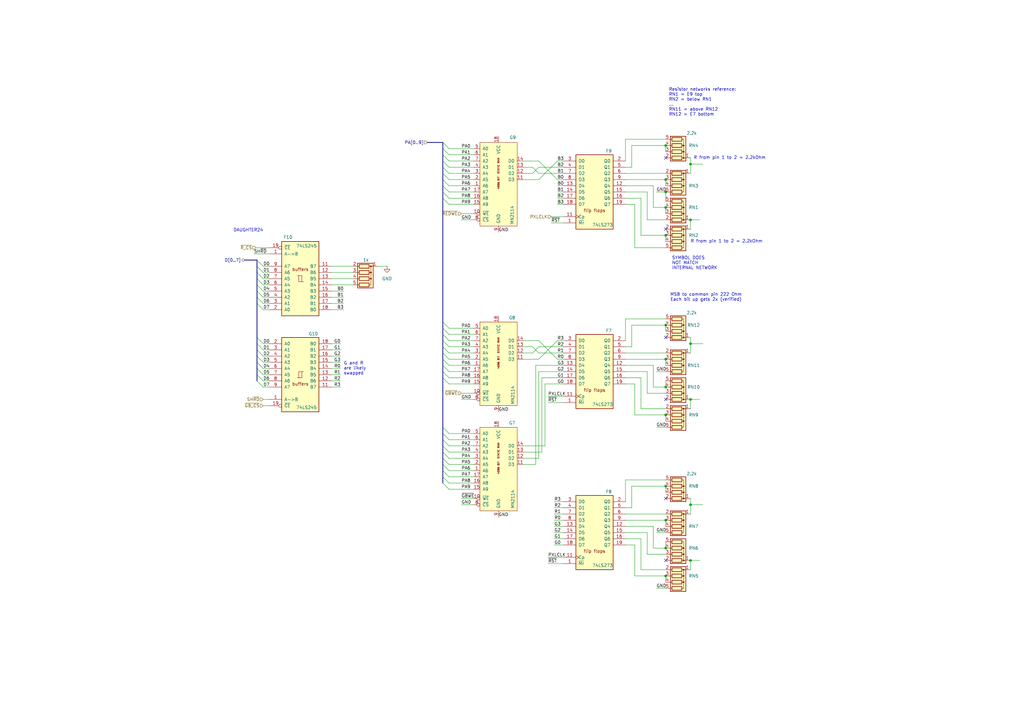
<source format=kicad_sch>
(kicad_sch (version 20231120) (generator "eeschema") (generator_version "8.0")
  (paper "A3")
  (title_block (title "Color Palette") (date "2024-10-12") (company "JOTEGO") (comment 1 "Jose Tejada"))
  (lib_symbols
    (symbol "Device:R_Network04" (pin_names (offset 0) hide)
      (property "Reference" "RN" (at -7.62 0 90))
      (property "Value" "R_Network04" (at 5.08 0 90))
      (symbol "R_Network04_0_1"
        (rectangle (start -6.35 -3.175) (end 3.81 3.175) (stroke (width 0.254)) (fill (type background)))
        (rectangle (start -5.842 1.524) (end -4.318 -2.54) (stroke (width 0.254)))
        (circle (center -5.08 2.286) (radius 0.254) (fill (type outline)))
        (rectangle (start -3.302 1.524) (end -1.778 -2.54) (stroke (width 0.254)))
        (circle (center -2.54 2.286) (radius 0.254) (fill (type outline)))
        (rectangle (start -0.762 1.524) (end 0.762 -2.54) (stroke (width 0.254)))
        (polyline (pts (xy -5.08 -2.54) (xy -5.08 -3.81)))
        (polyline (pts (xy -2.54 -2.54) (xy -2.54 -3.81)))
        (polyline (pts (xy 0 -2.54) (xy 0 -3.81)))
        (polyline (pts (xy 2.54 -2.54) (xy 2.54 -3.81)))
        (polyline (pts (xy -5.08 1.524) (xy -5.08 2.286) (xy -2.54 2.286) (xy -2.54 1.524)))
        (polyline (pts (xy -2.54 1.524) (xy -2.54 2.286) (xy 0 2.286) (xy 0 1.524)))
        (polyline (pts (xy 0 1.524) (xy 0 2.286) (xy 2.54 2.286) (xy 2.54 1.524)))
        (circle (center 0 2.286) (radius 0.254) (fill (type outline)))
        (rectangle (start 1.778 1.524) (end 3.302 -2.54) (stroke (width 0.254)))
      )
      (symbol "R_Network04_1_1"
        (pin passive line (at -5.08 5.08 270) (length 2.54) (name "common") (number "1"))
        (pin passive line (at -5.08 -5.08 90) (length 1.27) (name "R1") (number "2"))
        (pin passive line (at -2.54 -5.08 90) (length 1.27) (name "R2") (number "3"))
        (pin passive line (at 0 -5.08 90) (length 1.27) (name "R3") (number "4"))
        (pin passive line (at 2.54 -5.08 90) (length 1.27) (name "R4") (number "5"))
      )
    )
    (symbol "arcade:MN2114" (pin_names (offset 1.016))
      (property "Reference" "U" (at 6.858 12.7 0))
      (property "Value" "MN2114" (at 2.286 -12.7 0))
      (symbol "MN2114_0_1"
        (rectangle (start -7.62 11.43) (end 7.62 -22.86) (fill (type background)))
      )
      (symbol "MN2114_1_0"
        (text "4096 BIT  STATIC RAM" (at 0 -1.27 900) (effects (font (size 0.762 0.762))))
      )
      (symbol "MN2114_1_1"
        (pin input line (at -10.16 -6.35 0) (length 2.54) (name "A6") (number "1"))
        (pin input inverted (at -10.16 -17.78 0) (length 2.54) (name "~{WE}") (number "10"))
        (pin bidirectional line (at 10.16 -3.81 180) (length 2.54) (name "D3") (number "11"))
        (pin bidirectional line (at 10.16 -1.27 180) (length 2.54) (name "D2") (number "12"))
        (pin bidirectional line (at 10.16 1.27 180) (length 2.54) (name "D1") (number "13"))
        (pin bidirectional line (at 10.16 3.81 180) (length 2.54) (name "D0") (number "14"))
        (pin input line (at -10.16 -13.97 0) (length 2.54) (name "A9") (number "15"))
        (pin input line (at -10.16 -11.43 0) (length 2.54) (name "A8") (number "16"))
        (pin input line (at -10.16 -8.89 0) (length 2.54) (name "A7") (number "17"))
        (pin power_in line (at 0 13.97 270) (length 2.54) (name "VCC") (number "18"))
        (pin input line (at -10.16 -3.81 0) (length 2.54) (name "A5") (number "2"))
        (pin input line (at -10.16 -1.27 0) (length 2.54) (name "A4") (number "3"))
        (pin input line (at -10.16 1.27 0) (length 2.54) (name "A3") (number "4"))
        (pin input line (at -10.16 8.89 0) (length 2.54) (name "A0") (number "5"))
        (pin input line (at -10.16 6.35 0) (length 2.54) (name "A1") (number "6"))
        (pin input line (at -10.16 3.81 0) (length 2.54) (name "A2") (number "7"))
        (pin input inverted (at -10.16 -20.32 0) (length 2.54) (name "~{CS}") (number "8"))
        (pin power_in line (at 0 -25.4 90) (length 2.54) (name "GND") (number "9"))
      )
    )
    (symbol "jt74:74LS245" (pin_names (offset 1.016))
      (property "Reference" "U" (at -7.62 16.51 0))
      (property "Value" "74LS245" (at 2.54 -13.97 0))
      (symbol "74LS245_0_0"
        (text "buffers" (at 0 -3.81 0) (effects (font (size 1.27 1.27))))
      )
      (symbol "74LS245_1_0"
        (polyline (pts (xy -0.635 -1.27) (xy -0.635 1.27) (xy 0.635 1.27)))
        (polyline (pts (xy -1.27 -1.27) (xy 0.635 -1.27) (xy 0.635 1.27) (xy 1.27 1.27)))
        (pin input line (at -12.7 -10.16 0) (length 5.08) (name "A->B") (number "1"))
        (pin tri_state line (at 12.7 -5.08 180) (length 5.08) (name "B7") (number "11"))
        (pin tri_state line (at 12.7 -2.54 180) (length 5.08) (name "B6") (number "12"))
        (pin tri_state line (at 12.7 0 180) (length 5.08) (name "B5") (number "13"))
        (pin tri_state line (at 12.7 2.54 180) (length 5.08) (name "B4") (number "14"))
        (pin tri_state line (at 12.7 5.08 180) (length 5.08) (name "B3") (number "15"))
        (pin tri_state line (at 12.7 7.62 180) (length 5.08) (name "B2") (number "16"))
        (pin tri_state line (at 12.7 10.16 180) (length 5.08) (name "B1") (number "17"))
        (pin tri_state line (at 12.7 12.7 180) (length 5.08) (name "B0") (number "18"))
        (pin input inverted (at -12.7 -12.7 0) (length 5.08) (name "~{CE}") (number "19"))
        (pin tri_state line (at -12.7 12.7 0) (length 5.08) (name "A0") (number "2"))
        (pin tri_state line (at -12.7 10.16 0) (length 5.08) (name "A1") (number "3"))
        (pin tri_state line (at -12.7 7.62 0) (length 5.08) (name "A2") (number "4"))
        (pin tri_state line (at -12.7 5.08 0) (length 5.08) (name "A3") (number "5"))
        (pin tri_state line (at -12.7 2.54 0) (length 5.08) (name "A4") (number "6"))
        (pin tri_state line (at -12.7 0 0) (length 5.08) (name "A5") (number "7"))
        (pin tri_state line (at -12.7 -2.54 0) (length 5.08) (name "A6") (number "8"))
        (pin tri_state line (at -12.7 -5.08 0) (length 5.08) (name "A7") (number "9"))
      )
      (symbol "74LS245_1_1"
        (rectangle (start -7.62 15.24) (end 7.62 -15.24) (stroke (width 0.254)) (fill (type background)))
      )
    )
    (symbol "jt74:74LS273" (pin_names (offset 1.016))
      (property "Reference" "U" (at 0 2.54 0))
      (property "Value" "74LS273" (at 2.54 -13.97 0))
      (symbol "74LS273_0_0"
        (text "flip flops" (at 0 -7.62 0) (effects (font (size 1.27 1.27))))
      )
      (symbol "74LS273_1_0"
        (pin input line (at -12.7 -12.7 0) (length 5.08) (name "~{Mr}") (number "1"))
        (pin input clock (at -12.7 -10.16 0) (length 5.08) (name "Cp") (number "11"))
        (pin output line (at 12.7 2.54 180) (length 5.08) (name "Q4") (number "12"))
        (pin input line (at -12.7 2.54 0) (length 5.08) (name "D4") (number "13"))
        (pin input line (at -12.7 0 0) (length 5.08) (name "D5") (number "14"))
        (pin output line (at 12.7 0 180) (length 5.08) (name "Q5") (number "15"))
        (pin output line (at 12.7 -2.54 180) (length 5.08) (name "Q6") (number "16"))
        (pin input line (at -12.7 -2.54 0) (length 5.08) (name "D6") (number "17"))
        (pin input line (at -12.7 -5.08 0) (length 5.08) (name "D7") (number "18"))
        (pin output line (at 12.7 -5.08 180) (length 5.08) (name "Q7") (number "19"))
        (pin output line (at 12.7 12.7 180) (length 5.08) (name "Q0") (number "2"))
        (pin input line (at -12.7 12.7 0) (length 5.08) (name "D0") (number "3"))
        (pin input line (at -12.7 10.16 0) (length 5.08) (name "D1") (number "4"))
        (pin output line (at 12.7 10.16 180) (length 5.08) (name "Q1") (number "5"))
        (pin output line (at 12.7 7.62 180) (length 5.08) (name "Q2") (number "6"))
        (pin input line (at -12.7 7.62 0) (length 5.08) (name "D2") (number "7"))
        (pin input line (at -12.7 5.08 0) (length 5.08) (name "D3") (number "8"))
        (pin output line (at 12.7 5.08 180) (length 5.08) (name "Q3") (number "9"))
      )
      (symbol "74LS273_1_1"
        (rectangle (start -7.62 15.24) (end 7.62 -15.24) (stroke (width 0.254)) (fill (type background)))
      )
    )
    (symbol "power:GND" (power) (pin_numbers hide) (pin_names (offset 0) hide)
      (property "Value" "GND" (at 0 -3.81 0))
      (symbol "GND_0_1"
        (polyline (pts (xy 0 0) (xy 0 -1.27) (xy 1.27 -1.27) (xy 0 -2.54) (xy -1.27 -1.27) (xy 0 -1.27)))
      )
      (symbol "GND_1_1"
        (pin power_in line (at 0 0 270) (length 0) (name "~") (number "1"))
      )
    )
  )
  (junction (at 273.05 133.35))
  (junction (at 283.21 90.17))
  (junction (at 283.21 67.31))
  (junction (at 273.05 78.74))
  (junction (at 273.05 170.18))
  (junction (at 273.05 96.52))
  (junction (at 283.21 140.97))
  (junction (at 273.05 236.22))
  (junction (at 273.05 85.09))
  (junction (at 283.21 229.87))
  (junction (at 273.05 224.79))
  (junction (at 273.05 73.66))
  (junction (at 283.21 207.01))
  (junction (at 273.05 147.32))
  (junction (at 273.05 199.39))
  (junction (at 273.05 59.69))
  (junction (at 273.05 158.75))
  (junction (at 283.21 163.83))
  (junction (at 273.05 213.36))
  (no_connect (at 273.05 229.87))
  (no_connect (at 273.05 138.43))
  (no_connect (at 273.05 163.83))
  (no_connect (at 273.05 64.77))
  (no_connect (at 273.05 93.98))
  (no_connect (at 273.05 204.47))
  (bus_entry (at 105.41 109.22) (size 2.54 2.54))
  (bus_entry (at 181.61 134.62) (size 2.54 2.54))
  (bus_entry (at 181.61 182.88) (size 2.54 2.54))
  (bus_entry (at 105.41 114.3) (size 2.54 2.54))
  (bus_entry (at 181.61 175.26) (size 2.54 2.54))
  (bus_entry (at 181.61 132.08) (size 2.54 2.54))
  (bus_entry (at 181.61 78.74) (size 2.54 2.54))
  (bus_entry (at 181.61 152.4) (size 2.54 2.54))
  (bus_entry (at 105.41 146.05) (size 2.54 2.54))
  (bus_entry (at 181.61 81.28) (size 2.54 2.54))
  (bus_entry (at 181.61 185.42) (size 2.54 2.54))
  (bus_entry (at 181.61 154.94) (size 2.54 2.54))
  (bus_entry (at 181.61 68.58) (size 2.54 2.54))
  (bus_entry (at 181.61 177.8) (size 2.54 2.54))
  (bus_entry (at 105.41 116.84) (size 2.54 2.54))
  (bus_entry (at 181.61 60.96) (size 2.54 2.54))
  (bus_entry (at 181.61 193.04) (size 2.54 2.54))
  (bus_entry (at 105.41 111.76) (size 2.54 2.54))
  (bus_entry (at 181.61 63.5) (size 2.54 2.54))
  (bus_entry (at 181.61 66.04) (size 2.54 2.54))
  (bus_entry (at 181.61 144.78) (size 2.54 2.54))
  (bus_entry (at 181.61 198.12) (size 2.54 2.54))
  (bus_entry (at 105.41 156.21) (size 2.54 2.54))
  (bus_entry (at 181.61 195.58) (size 2.54 2.54))
  (bus_entry (at 181.61 71.12) (size 2.54 2.54))
  (bus_entry (at 105.41 106.68) (size 2.54 2.54))
  (bus_entry (at 105.41 119.38) (size 2.54 2.54))
  (bus_entry (at 181.61 190.5) (size 2.54 2.54))
  (bus_entry (at 181.61 137.16) (size 2.54 2.54))
  (bus_entry (at 105.41 124.46) (size 2.54 2.54))
  (bus_entry (at 181.61 76.2) (size 2.54 2.54))
  (bus_entry (at 181.61 73.66) (size 2.54 2.54))
  (bus_entry (at 181.61 58.42) (size 2.54 2.54))
  (bus_entry (at 105.41 143.51) (size 2.54 2.54))
  (bus_entry (at 181.61 142.24) (size 2.54 2.54))
  (bus_entry (at 181.61 149.86) (size 2.54 2.54))
  (bus_entry (at 105.41 121.92) (size 2.54 2.54))
  (bus_entry (at 105.41 153.67) (size 2.54 2.54))
  (bus_entry (at 105.41 148.59) (size 2.54 2.54))
  (bus_entry (at 105.41 138.43) (size 2.54 2.54))
  (bus_entry (at 105.41 151.13) (size 2.54 2.54))
  (bus_entry (at 181.61 139.7) (size 2.54 2.54))
  (bus_entry (at 181.61 147.32) (size 2.54 2.54))
  (bus_entry (at 181.61 180.34) (size 2.54 2.54))
  (bus_entry (at 105.41 140.97) (size 2.54 2.54))
  (bus_entry (at 181.61 187.96) (size 2.54 2.54))
  (wire (pts (xy 214.63 147.32) (xy 220.98 147.32)))
  (wire (pts (xy 262.89 96.52) (xy 273.05 96.52)))
  (wire (pts (xy 256.54 210.82) (xy 273.05 210.82)))
  (bus (pts (xy 175.26 58.42) (xy 181.61 58.42)))
  (wire (pts (xy 135.89 151.13) (xy 139.7 151.13)))
  (wire (pts (xy 184.15 144.78) (xy 194.31 144.78)))
  (wire (pts (xy 144.78 111.76) (xy 135.89 111.76)))
  (bus (pts (xy 105.41 116.84) (xy 105.41 114.3)))
  (wire (pts (xy 260.35 157.48) (xy 260.35 170.18)))
  (wire (pts (xy 228.6 66.04) (xy 231.14 66.04)))
  (bus (pts (xy 181.61 66.04) (xy 181.61 68.58)))
  (wire (pts (xy 227.33 215.9) (xy 231.14 215.9)))
  (wire (pts (xy 256.54 215.9) (xy 267.97 215.9)))
  (wire (pts (xy 107.95 127) (xy 110.49 127)))
  (wire (pts (xy 222.25 185.42) (xy 214.63 185.42)))
  (wire (pts (xy 220.98 187.96) (xy 220.98 152.4)))
  (bus (pts (xy 181.61 193.04) (xy 181.61 190.5)))
  (bus (pts (xy 181.61 60.96) (xy 181.61 63.5)))
  (wire (pts (xy 259.08 199.39) (xy 273.05 199.39)))
  (wire (pts (xy 260.35 101.6) (xy 273.05 101.6)))
  (wire (pts (xy 220.98 66.04) (xy 228.6 73.66)))
  (wire (pts (xy 222.25 154.94) (xy 222.25 185.42)))
  (wire (pts (xy 107.95 114.3) (xy 110.49 114.3)))
  (wire (pts (xy 224.79 165.1) (xy 231.14 165.1)))
  (wire (pts (xy 184.15 152.4) (xy 194.31 152.4)))
  (wire (pts (xy 184.15 198.12) (xy 194.31 198.12)))
  (wire (pts (xy 189.23 163.83) (xy 194.31 163.83)))
  (bus (pts (xy 181.61 182.88) (xy 181.61 180.34)))
  (wire (pts (xy 283.21 90.17) (xy 287.02 90.17)))
  (wire (pts (xy 283.21 90.17) (xy 283.21 93.98)))
  (wire (pts (xy 218.44 68.58) (xy 220.98 71.12)))
  (wire (pts (xy 184.15 190.5) (xy 194.31 190.5)))
  (wire (pts (xy 184.15 83.82) (xy 194.31 83.82)))
  (wire (pts (xy 224.79 162.56) (xy 231.14 162.56)))
  (wire (pts (xy 220.98 68.58) (xy 231.14 68.58)))
  (wire (pts (xy 273.05 59.69) (xy 273.05 62.23)))
  (wire (pts (xy 220.98 73.66) (xy 228.6 66.04)))
  (bus (pts (xy 181.61 144.78) (xy 181.61 142.24)))
  (bus (pts (xy 181.61 73.66) (xy 181.61 76.2)))
  (wire (pts (xy 184.15 200.66) (xy 194.31 200.66)))
  (wire (pts (xy 273.05 85.09) (xy 273.05 87.63)))
  (wire (pts (xy 107.95 109.22) (xy 110.49 109.22)))
  (bus (pts (xy 105.41 156.21) (xy 105.41 153.67)))
  (wire (pts (xy 283.21 140.97) (xy 283.21 144.78)))
  (wire (pts (xy 104.14 104.14) (xy 110.49 104.14)))
  (wire (pts (xy 283.21 67.31) (xy 283.21 71.12)))
  (bus (pts (xy 181.61 142.24) (xy 181.61 139.7)))
  (bus (pts (xy 181.61 78.74) (xy 181.61 81.28)))
  (wire (pts (xy 283.21 207.01) (xy 288.29 207.01)))
  (wire (pts (xy 256.54 142.24) (xy 259.08 142.24)))
  (bus (pts (xy 181.61 187.96) (xy 181.61 185.42)))
  (wire (pts (xy 144.78 114.3) (xy 135.89 114.3)))
  (wire (pts (xy 224.79 231.14) (xy 231.14 231.14)))
  (wire (pts (xy 259.08 133.35) (xy 273.05 133.35)))
  (bus (pts (xy 181.61 147.32) (xy 181.61 144.78)))
  (wire (pts (xy 262.89 167.64) (xy 273.05 167.64)))
  (wire (pts (xy 224.79 228.6) (xy 231.14 228.6)))
  (wire (pts (xy 256.54 81.28) (xy 262.89 81.28)))
  (wire (pts (xy 184.15 139.7) (xy 194.31 139.7)))
  (wire (pts (xy 220.98 71.12) (xy 231.14 71.12)))
  (wire (pts (xy 107.95 153.67) (xy 110.49 153.67)))
  (wire (pts (xy 228.6 78.74) (xy 231.14 78.74)))
  (wire (pts (xy 184.15 154.94) (xy 194.31 154.94)))
  (wire (pts (xy 256.54 220.98) (xy 262.89 220.98)))
  (wire (pts (xy 227.33 223.52) (xy 231.14 223.52)))
  (wire (pts (xy 256.54 66.04) (xy 256.54 57.15)))
  (bus (pts (xy 105.41 151.13) (xy 105.41 148.59)))
  (bus (pts (xy 105.41 121.92) (xy 105.41 119.38)))
  (wire (pts (xy 256.54 83.82) (xy 260.35 83.82)))
  (bus (pts (xy 181.61 76.2) (xy 181.61 78.74)))
  (bus (pts (xy 181.61 180.34) (xy 181.61 177.8)))
  (wire (pts (xy 184.15 134.62) (xy 194.31 134.62)))
  (wire (pts (xy 260.35 236.22) (xy 273.05 236.22)))
  (bus (pts (xy 181.61 63.5) (xy 181.61 66.04)))
  (bus (pts (xy 181.61 154.94) (xy 181.61 152.4)))
  (wire (pts (xy 269.24 175.26) (xy 273.05 175.26)))
  (wire (pts (xy 269.24 152.4) (xy 273.05 152.4)))
  (wire (pts (xy 107.95 166.37) (xy 110.49 166.37)))
  (wire (pts (xy 226.06 91.44) (xy 231.14 91.44)))
  (wire (pts (xy 135.89 140.97) (xy 139.7 140.97)))
  (wire (pts (xy 220.98 152.4) (xy 231.14 152.4)))
  (wire (pts (xy 184.15 78.74) (xy 194.31 78.74)))
  (bus (pts (xy 105.41 148.59) (xy 105.41 146.05)))
  (wire (pts (xy 265.43 227.33) (xy 273.05 227.33)))
  (wire (pts (xy 220.98 147.32) (xy 228.6 139.7)))
  (wire (pts (xy 283.21 163.83) (xy 283.21 167.64)))
  (wire (pts (xy 107.95 148.59) (xy 110.49 148.59)))
  (wire (pts (xy 219.71 190.5) (xy 219.71 149.86)))
  (bus (pts (xy 181.61 137.16) (xy 181.61 134.62)))
  (wire (pts (xy 227.33 213.36) (xy 231.14 213.36)))
  (wire (pts (xy 267.97 85.09) (xy 273.05 85.09)))
  (wire (pts (xy 184.15 76.2) (xy 194.31 76.2)))
  (wire (pts (xy 184.15 71.12) (xy 194.31 71.12)))
  (wire (pts (xy 273.05 170.18) (xy 273.05 172.72)))
  (wire (pts (xy 256.54 149.86) (xy 267.97 149.86)))
  (wire (pts (xy 228.6 83.82) (xy 231.14 83.82)))
  (wire (pts (xy 184.15 195.58) (xy 194.31 195.58)))
  (wire (pts (xy 223.52 157.48) (xy 231.14 157.48)))
  (wire (pts (xy 218.44 71.12) (xy 220.98 68.58)))
  (wire (pts (xy 267.97 76.2) (xy 267.97 85.09)))
  (wire (pts (xy 256.54 144.78) (xy 273.05 144.78)))
  (wire (pts (xy 214.63 68.58) (xy 218.44 68.58)))
  (bus (pts (xy 181.61 58.42) (xy 181.61 60.96)))
  (wire (pts (xy 184.15 60.96) (xy 194.31 60.96)))
  (wire (pts (xy 107.95 156.21) (xy 110.49 156.21)))
  (wire (pts (xy 226.06 88.9) (xy 231.14 88.9)))
  (wire (pts (xy 214.63 73.66) (xy 220.98 73.66)))
  (wire (pts (xy 107.95 158.75) (xy 110.49 158.75)))
  (wire (pts (xy 273.05 96.52) (xy 273.05 99.06)))
  (wire (pts (xy 184.15 180.34) (xy 194.31 180.34)))
  (wire (pts (xy 107.95 151.13) (xy 110.49 151.13)))
  (bus (pts (xy 181.61 175.26) (xy 181.61 154.94)))
  (wire (pts (xy 227.33 208.28) (xy 231.14 208.28)))
  (wire (pts (xy 184.15 187.96) (xy 194.31 187.96)))
  (wire (pts (xy 227.33 218.44) (xy 231.14 218.44)))
  (wire (pts (xy 262.89 81.28) (xy 262.89 96.52)))
  (wire (pts (xy 256.54 68.58) (xy 259.08 68.58)))
  (wire (pts (xy 214.63 71.12) (xy 218.44 71.12)))
  (wire (pts (xy 144.78 116.84) (xy 135.89 116.84)))
  (wire (pts (xy 184.15 63.5) (xy 194.31 63.5)))
  (wire (pts (xy 273.05 73.66) (xy 273.05 76.2)))
  (wire (pts (xy 140.97 121.92) (xy 135.89 121.92)))
  (wire (pts (xy 135.89 153.67) (xy 139.7 153.67)))
  (wire (pts (xy 269.24 78.74) (xy 273.05 78.74)))
  (wire (pts (xy 265.43 161.29) (xy 273.05 161.29)))
  (wire (pts (xy 256.54 218.44) (xy 265.43 218.44)))
  (wire (pts (xy 135.89 148.59) (xy 139.7 148.59)))
  (wire (pts (xy 184.15 81.28) (xy 194.31 81.28)))
  (wire (pts (xy 265.43 90.17) (xy 273.05 90.17)))
  (wire (pts (xy 107.95 124.46) (xy 110.49 124.46)))
  (wire (pts (xy 107.95 111.76) (xy 110.49 111.76)))
  (bus (pts (xy 105.41 109.22) (xy 105.41 106.68)))
  (wire (pts (xy 256.54 196.85) (xy 273.05 196.85)))
  (wire (pts (xy 158.75 109.22) (xy 154.94 109.22)))
  (wire (pts (xy 256.54 78.74) (xy 265.43 78.74)))
  (wire (pts (xy 107.95 116.84) (xy 110.49 116.84)))
  (wire (pts (xy 107.95 146.05) (xy 110.49 146.05)))
  (wire (pts (xy 265.43 218.44) (xy 265.43 227.33)))
  (bus (pts (xy 181.61 139.7) (xy 181.61 137.16)))
  (wire (pts (xy 220.98 144.78) (xy 231.14 144.78)))
  (wire (pts (xy 140.97 127) (xy 135.89 127)))
  (wire (pts (xy 256.54 154.94) (xy 262.89 154.94)))
  (bus (pts (xy 181.61 152.4) (xy 181.61 149.86)))
  (wire (pts (xy 107.95 140.97) (xy 110.49 140.97)))
  (wire (pts (xy 140.97 119.38) (xy 135.89 119.38)))
  (wire (pts (xy 256.54 76.2) (xy 267.97 76.2)))
  (bus (pts (xy 181.61 190.5) (xy 181.61 187.96)))
  (bus (pts (xy 105.41 140.97) (xy 105.41 138.43)))
  (wire (pts (xy 259.08 142.24) (xy 259.08 133.35)))
  (wire (pts (xy 256.54 57.15) (xy 273.05 57.15)))
  (wire (pts (xy 260.35 170.18) (xy 273.05 170.18)))
  (wire (pts (xy 107.95 143.51) (xy 110.49 143.51)))
  (wire (pts (xy 273.05 156.21) (xy 273.05 158.75)))
  (wire (pts (xy 184.15 182.88) (xy 194.31 182.88)))
  (wire (pts (xy 184.15 185.42) (xy 194.31 185.42)))
  (wire (pts (xy 219.71 149.86) (xy 231.14 149.86)))
  (wire (pts (xy 267.97 215.9) (xy 267.97 224.79)))
  (wire (pts (xy 214.63 187.96) (xy 220.98 187.96)))
  (wire (pts (xy 107.95 119.38) (xy 110.49 119.38)))
  (wire (pts (xy 184.15 68.58) (xy 194.31 68.58)))
  (wire (pts (xy 283.21 140.97) (xy 288.29 140.97)))
  (bus (pts (xy 181.61 68.58) (xy 181.61 71.12)))
  (wire (pts (xy 267.97 224.79) (xy 273.05 224.79)))
  (wire (pts (xy 214.63 182.88) (xy 223.52 182.88)))
  (wire (pts (xy 283.21 67.31) (xy 288.29 67.31)))
  (wire (pts (xy 256.54 152.4) (xy 265.43 152.4)))
  (wire (pts (xy 256.54 205.74) (xy 256.54 196.85)))
  (wire (pts (xy 104.902 101.6) (xy 110.49 101.6)))
  (bus (pts (xy 181.61 198.12) (xy 181.61 195.58)))
  (bus (pts (xy 105.41 153.67) (xy 105.41 151.13)))
  (wire (pts (xy 228.6 81.28) (xy 231.14 81.28)))
  (wire (pts (xy 283.21 204.47) (xy 283.21 207.01)))
  (wire (pts (xy 259.08 68.58) (xy 259.08 59.69)))
  (wire (pts (xy 273.05 147.32) (xy 273.05 149.86)))
  (bus (pts (xy 181.61 134.62) (xy 181.61 132.08)))
  (wire (pts (xy 259.08 208.28) (xy 259.08 199.39)))
  (bus (pts (xy 105.41 114.3) (xy 105.41 111.76)))
  (bus (pts (xy 181.61 71.12) (xy 181.61 73.66)))
  (wire (pts (xy 184.15 73.66) (xy 194.31 73.66)))
  (bus (pts (xy 100.33 106.68) (xy 105.41 106.68)))
  (wire (pts (xy 135.89 158.75) (xy 139.7 158.75)))
  (wire (pts (xy 184.15 177.8) (xy 194.31 177.8)))
  (wire (pts (xy 256.54 208.28) (xy 259.08 208.28)))
  (bus (pts (xy 181.61 195.58) (xy 181.61 193.04)))
  (wire (pts (xy 265.43 152.4) (xy 265.43 161.29)))
  (wire (pts (xy 227.33 210.82) (xy 231.14 210.82)))
  (wire (pts (xy 283.21 64.77) (xy 283.21 67.31)))
  (wire (pts (xy 273.05 213.36) (xy 273.05 215.9)))
  (wire (pts (xy 256.54 130.81) (xy 273.05 130.81)))
  (wire (pts (xy 135.89 143.51) (xy 139.7 143.51)))
  (wire (pts (xy 135.89 156.21) (xy 139.7 156.21)))
  (wire (pts (xy 228.6 147.32) (xy 231.14 147.32)))
  (wire (pts (xy 107.95 163.83) (xy 110.49 163.83)))
  (wire (pts (xy 228.6 73.66) (xy 231.14 73.66)))
  (wire (pts (xy 222.25 154.94) (xy 231.14 154.94)))
  (wire (pts (xy 256.54 73.66) (xy 273.05 73.66)))
  (wire (pts (xy 262.89 154.94) (xy 262.89 167.64)))
  (bus (pts (xy 105.41 124.46) (xy 105.41 138.43)))
  (wire (pts (xy 223.52 182.88) (xy 223.52 157.48)))
  (wire (pts (xy 227.33 220.98) (xy 231.14 220.98)))
  (wire (pts (xy 184.15 142.24) (xy 194.31 142.24)))
  (wire (pts (xy 189.23 161.29) (xy 194.31 161.29)))
  (wire (pts (xy 228.6 139.7) (xy 231.14 139.7)))
  (wire (pts (xy 189.23 204.47) (xy 194.31 204.47)))
  (wire (pts (xy 214.63 142.24) (xy 218.44 142.24)))
  (wire (pts (xy 283.21 138.43) (xy 283.21 140.97)))
  (bus (pts (xy 105.41 146.05) (xy 105.41 143.51)))
  (wire (pts (xy 273.05 236.22) (xy 273.05 238.76)))
  (wire (pts (xy 256.54 213.36) (xy 273.05 213.36)))
  (bus (pts (xy 105.41 111.76) (xy 105.41 109.22)))
  (wire (pts (xy 107.95 121.92) (xy 110.49 121.92)))
  (bus (pts (xy 105.41 119.38) (xy 105.41 116.84)))
  (wire (pts (xy 267.97 149.86) (xy 267.97 158.75)))
  (wire (pts (xy 189.23 207.01) (xy 194.31 207.01)))
  (wire (pts (xy 227.33 205.74) (xy 231.14 205.74)))
  (wire (pts (xy 184.15 147.32) (xy 194.31 147.32)))
  (wire (pts (xy 273.05 133.35) (xy 273.05 135.89)))
  (wire (pts (xy 220.98 139.7) (xy 228.6 147.32)))
  (wire (pts (xy 218.44 142.24) (xy 220.98 144.78)))
  (wire (pts (xy 184.15 66.04) (xy 194.31 66.04)))
  (wire (pts (xy 189.23 90.17) (xy 194.31 90.17)))
  (wire (pts (xy 184.15 193.04) (xy 194.31 193.04)))
  (wire (pts (xy 273.05 199.39) (xy 273.05 201.93)))
  (wire (pts (xy 273.05 222.25) (xy 273.05 224.79)))
  (wire (pts (xy 283.21 207.01) (xy 283.21 210.82)))
  (wire (pts (xy 214.63 144.78) (xy 218.44 144.78)))
  (wire (pts (xy 256.54 71.12) (xy 273.05 71.12)))
  (wire (pts (xy 265.43 78.74) (xy 265.43 90.17)))
  (wire (pts (xy 144.78 109.22) (xy 135.89 109.22)))
  (wire (pts (xy 184.15 149.86) (xy 194.31 149.86)))
  (bus (pts (xy 181.61 149.86) (xy 181.61 147.32)))
  (wire (pts (xy 269.24 241.3) (xy 273.05 241.3)))
  (wire (pts (xy 220.98 142.24) (xy 231.14 142.24)))
  (bus (pts (xy 181.61 185.42) (xy 181.61 182.88)))
  (bus (pts (xy 105.41 143.51) (xy 105.41 140.97)))
  (wire (pts (xy 262.89 233.68) (xy 273.05 233.68)))
  (wire (pts (xy 267.97 158.75) (xy 273.05 158.75)))
  (wire (pts (xy 283.21 229.87) (xy 283.21 233.68)))
  (bus (pts (xy 105.41 124.46) (xy 105.41 121.92)))
  (wire (pts (xy 228.6 76.2) (xy 231.14 76.2)))
  (bus (pts (xy 181.61 177.8) (xy 181.61 175.26)))
  (wire (pts (xy 135.89 146.05) (xy 139.7 146.05)))
  (wire (pts (xy 256.54 147.32) (xy 273.05 147.32)))
  (wire (pts (xy 283.21 229.87) (xy 287.02 229.87)))
  (wire (pts (xy 256.54 223.52) (xy 260.35 223.52)))
  (wire (pts (xy 140.97 124.46) (xy 135.89 124.46)))
  (wire (pts (xy 283.21 163.83) (xy 287.02 163.83)))
  (wire (pts (xy 256.54 157.48) (xy 260.35 157.48)))
  (wire (pts (xy 184.15 137.16) (xy 194.31 137.16)))
  (wire (pts (xy 273.05 78.74) (xy 273.05 82.55)))
  (wire (pts (xy 260.35 223.52) (xy 260.35 236.22)))
  (wire (pts (xy 218.44 144.78) (xy 220.98 142.24)))
  (wire (pts (xy 259.08 59.69) (xy 273.05 59.69)))
  (wire (pts (xy 184.15 157.48) (xy 194.31 157.48)))
  (wire (pts (xy 260.35 83.82) (xy 260.35 101.6)))
  (wire (pts (xy 269.24 218.44) (xy 273.05 218.44)))
  (wire (pts (xy 189.23 87.63) (xy 194.31 87.63)))
  (bus (pts (xy 181.61 81.28) (xy 181.61 132.08)))
  (wire (pts (xy 256.54 139.7) (xy 256.54 130.81)))
  (wire (pts (xy 214.63 139.7) (xy 220.98 139.7)))
  (wire (pts (xy 262.89 220.98) (xy 262.89 233.68)))
  (wire (pts (xy 214.63 66.04) (xy 220.98 66.04)))
  (wire (pts (xy 214.63 190.5) (xy 219.71 190.5)))
  (text "G and R\nare likely \nswapped" (at 140.97 151.13 0) (effects (font (size 1.27 1.27)) (justify left)))
  (text "MSB to common pin 222 Ohm\nEach bit up gets 2x (verified)" (at 289.56 121.92 0) (effects (font (size 1.27 1.27))))
  (text "R from pin 1 to 2 = 2.2kOhm" (at 283.21 99.06 0) (effects (font (size 1.27 1.27)) (justify left)))
  (text "DAUGHTER24" (at 101.854 94.488 0) (effects (font (size 1.27 1.27))))
  (text "Resistor networks reference:\nRN1 = E9 top\nRN2 = below RN1\n...\nRN11 = above RN12\nRN12 = E7 bottom" (at 274.32 41.91 0) (effects (font (size 1.27 1.27)) (justify left)))
  (text "R from pin 1 to 2 = 2.2kOhm" (at 284.48 64.77 0) (effects (font (size 1.27 1.27)) (justify left)))
  (text "SYMBOL DOES\nNOT MATCH\nINTERNAL NETWORK\n" (at 275.59 107.95 0) (effects (font (size 1.27 1.27)) (justify left)))
  (label "PA4" (at 189.23 71.12 0))
  (label "B2" (at 228.6 68.58 0))
  (label "PA7" (at 189.23 152.4 0))
  (label "~{RST}" (at 226.06 91.44 0))
  (label "G0" (at 228.6 157.48 0))
  (label "PA5" (at 189.23 73.66 0))
  (label "GND" (at 269.24 175.26 0))
  (label "B1" (at 228.6 71.12 0))
  (label "GND" (at 269.24 218.44 0))
  (label "B0" (at 228.6 76.2 0))
  (label "GND" (at 189.23 207.01 0))
  (label "PA4" (at 189.23 144.78 0))
  (label "~{GBWE}" (at 189.23 204.47 0))
  (label "D3" (at 107.95 148.59 0))
  (label "PA3" (at 189.23 142.24 0))
  (label "G0" (at 139.7 140.97 180))
  (label "GND" (at 204.47 95.25 0))
  (label "R2" (at 139.7 156.21 180))
  (label "PA8" (at 189.23 154.94 0))
  (label "D4" (at 107.95 151.13 0))
  (label "~{RST}" (at 224.79 165.1 0))
  (label "D0" (at 107.95 109.22 0))
  (label "PA0" (at 189.23 60.96 0))
  (label "PA9" (at 189.23 157.48 0))
  (label "PA6" (at 189.23 76.2 0))
  (label "GND" (at 269.24 78.74 0))
  (label "R0" (at 228.6 147.32 0))
  (label "GND" (at 269.24 241.3 0))
  (label "PA4" (at 189.23 187.96 0))
  (label "GND" (at 189.23 90.17 0))
  (label "PA0" (at 189.23 134.62 0))
  (label "PA6" (at 189.23 149.86 0))
  (label "PXLCLK" (at 224.79 228.6 0))
  (label "D2" (at 107.95 146.05 0))
  (label "R0" (at 139.7 151.13 180))
  (label "SH~{RD}" (at 104.14 104.14 0))
  (label "R1" (at 227.33 210.82 0))
  (label "B1" (at 228.6 78.74 0))
  (label "PA5" (at 189.23 190.5 0))
  (label "B2" (at 228.6 81.28 0))
  (label "PA2" (at 189.23 66.04 0))
  (label "G1" (at 227.33 220.98 0))
  (label "PA6" (at 189.23 193.04 0))
  (label "PA7" (at 189.23 195.58 0))
  (label "D5" (at 107.95 153.67 0))
  (label "PA9" (at 189.23 83.82 0))
  (label "D7" (at 107.95 158.75 0))
  (label "R0" (at 227.33 213.36 0))
  (label "B3" (at 228.6 83.82 0))
  (label "R1" (at 139.7 153.67 180))
  (label "PA2" (at 189.23 182.88 0))
  (label "PA1" (at 189.23 63.5 0))
  (label "G1" (at 139.7 143.51 180))
  (label "~{RST}" (at 224.79 231.14 0))
  (label "R1" (at 228.6 144.78 0))
  (label "G2" (at 228.6 152.4 0))
  (label "PA1" (at 189.23 180.34 0))
  (label "D2" (at 107.95 114.3 0))
  (label "R3" (at 139.7 158.75 180))
  (label "B3" (at 228.6 66.04 0))
  (label "G3" (at 227.33 215.9 0))
  (label "PA8" (at 189.23 198.12 0))
  (label "D0" (at 107.95 140.97 0))
  (label "B3" (at 140.97 127 180))
  (label "R2" (at 227.33 208.28 0))
  (label "D1" (at 107.95 143.51 0))
  (label "G0" (at 227.33 223.52 0))
  (label "B0" (at 140.97 119.38 180))
  (label "PA2" (at 189.23 139.7 0))
  (label "GND" (at 189.23 163.83 0))
  (label "PA3" (at 189.23 185.42 0))
  (label "GND" (at 269.24 152.4 0))
  (label "G3" (at 228.6 149.86 0))
  (label "R2" (at 228.6 142.24 0))
  (label "B2" (at 140.97 124.46 180))
  (label "PA3" (at 189.23 68.58 0))
  (label "PA0" (at 189.23 177.8 0))
  (label "PA9" (at 189.23 200.66 0))
  (label "GND" (at 204.47 212.09 0))
  (label "D6" (at 107.95 124.46 0))
  (label "PA8" (at 189.23 81.28 0))
  (label "G2" (at 139.7 146.05 180))
  (label "G1" (at 228.6 154.94 0))
  (label "PXLCLK" (at 224.79 162.56 0))
  (label "D4" (at 107.95 119.38 0))
  (label "R3" (at 227.33 205.74 0))
  (label "PA1" (at 189.23 137.16 0))
  (label "PA7" (at 189.23 78.74 0))
  (label "B1" (at 140.97 121.92 180))
  (label "R3" (at 228.6 139.7 0))
  (label "PA5" (at 189.23 147.32 0))
  (label "D1" (at 107.95 111.76 0))
  (label "G3" (at 139.7 148.59 180))
  (label "D5" (at 107.95 121.92 0))
  (label "GND" (at 204.47 168.91 0))
  (label "D6" (at 107.95 156.21 0))
  (label "G2" (at 227.33 218.44 0))
  (label "D7" (at 107.95 127 0))
  (label "D3" (at 107.95 116.84 0))
  (label "B0" (at 228.6 73.66 0))
  (hierarchical_label "D[0..7]" (shape bidirectional) (at 100.33 106.68 180))
  (hierarchical_label "~{R_CS}" (shape input) (at 104.902 101.6 180))
  (hierarchical_label "PXLCLK" (shape input) (at 226.06 88.9 180))
  (hierarchical_label "~{GB_CS}" (shape input) (at 107.95 166.37 180))
  (hierarchical_label "~{REDWE}" (shape input) (at 189.23 87.63 180))
  (hierarchical_label "PA[0..9]" (shape input) (at 175.26 58.42 180))
  (hierarchical_label "~{GBWE}" (shape input) (at 189.23 161.29 180))
  (hierarchical_label "SH~{RD}" (shape input) (at 107.95 163.83 180))
  (symbol (lib_id "jt74:74LS273") (at 243.84 78.74 0) (unit 1)
    (property "Reference" "F9" (at 249.682 61.976 0))
    (property "Value" "74LS273" (at 247.142 92.202 0))
    (property "Datasheet" "http://www.ti.com/lit/gpn/sn74LS273" (effects (hide yes)))
    (property "Description" "8-bit D Flip-Flop, reset" (effects (hide yes)))
  )
  (symbol (lib_id "arcade:MN2114") (at 204.47 143.51 0) (unit 1)
    (property "Reference" "G8" (at 210.058 130.302 0) (effects (font (size 1.2446 1.2446))))
    (property "Value" "MN2114" (at 210.312 162.052 90) (effects (font (size 1.2446 1.2446))))
    (property "Datasheet" "https://www.datasheet4u.com/datasheet-pdf/FairchildSemiconductor/F2114/pdf.php?id=1306381" (effects (hide yes)))
    (property "Description" "1024x4 Static RAM" (effects (hide yes)))
  )
  (symbol (lib_id "jt74:74LS245") (at 123.19 114.3 0) (mirror x) (unit 1)
    (property "Reference" "F10" (at 118.11 97.282 0))
    (property "Value" "74LS245" (at 125.73 100.838 0))
    (property "Datasheet" "http://www.ti.com/lit/gpn/sn74LS245" (effects (hide yes)))
    (property "Description" "Octal BUS Transceivers, 3-State outputs" (effects (hide yes)))
  )
  (symbol (lib_id "jt74:74LS245") (at 123.19 153.67 0) (unit 1)
    (property "Reference" "G10" (at 128.524 136.906 0))
    (property "Value" "74LS245" (at 125.73 167.132 0))
    (property "Datasheet" "http://www.ti.com/lit/gpn/sn74LS245" (effects (hide yes)))
    (property "Description" "Octal BUS Transceivers, 3-State outputs" (effects (hide yes)))
  )
  (symbol (lib_id "Device:R_Network04") (at 278.13 215.9 270) (unit 1)
    (property "Reference" "RN7" (at 284.48 215.9 90))
    (property "Value" "471" (effects (hide yes)))
    (property "Footprint" "Resistor_THT:R_Array_SIP5" (effects (hide yes)))
    (property "Datasheet" "http://www.vishay.com/docs/31509/csc.pdf" (effects (hide yes)))
    (property "Description" "4 resistor network, star topology, bussed resistors, small symbol" (effects (hide yes)))
  )
  (symbol (lib_id "jt74:74LS273") (at 243.84 152.4 0) (unit 1)
    (property "Reference" "F7" (at 249.682 135.636 0))
    (property "Value" "74LS273" (at 247.142 165.862 0))
    (property "Datasheet" "http://www.ti.com/lit/gpn/sn74LS273" (effects (hide yes)))
    (property "Description" "8-bit D Flip-Flop, reset" (effects (hide yes)))
  )
  (symbol (lib_id "Device:R_Network04") (at 149.86 114.3 270) (unit 1)
    (property "Reference" "RN3" (effects (hide yes)))
    (property "Value" "1k" (at 150.114 106.68 90))
    (property "Footprint" "Resistor_THT:R_Array_SIP5" (effects (hide yes)))
    (property "Datasheet" "http://www.vishay.com/docs/31509/csc.pdf" (effects (hide yes)))
    (property "Description" "4 resistor network, star topology, bussed resistors, small symbol" (effects (hide yes)))
  )
  (symbol (lib_id "Device:R_Network04") (at 278.13 238.76 270) (unit 1)
    (property "Reference" "RN5" (at 284.48 236.22 90))
    (property "Value" "471" (effects (hide yes)))
    (property "Footprint" "Resistor_THT:R_Array_SIP5" (effects (hide yes)))
    (property "Datasheet" "http://www.vishay.com/docs/31509/csc.pdf" (effects (hide yes)))
    (property "Description" "4 resistor network, star topology, bussed resistors, small symbol" (effects (hide yes)))
  )
  (symbol (lib_id "Device:R_Network04") (at 278.13 172.72 270) (unit 1)
    (property "Reference" "RN9" (at 284.48 170.18 90))
    (property "Value" "471" (effects (hide yes)))
    (property "Footprint" "Resistor_THT:R_Array_SIP5" (effects (hide yes)))
    (property "Datasheet" "http://www.vishay.com/docs/31509/csc.pdf" (effects (hide yes)))
    (property "Description" "4 resistor network, star topology, bussed resistors, small symbol" (effects (hide yes)))
  )
  (symbol (lib_id "Device:R_Network04") (at 278.13 158.75 270) (mirror x) (unit 1)
    (property "Reference" "RN10" (at 284.48 158.75 90))
    (property "Value" "222" (effects (hide yes)))
    (property "Footprint" "Resistor_THT:R_Array_SIP5" (effects (hide yes)))
    (property "Datasheet" "http://www.vishay.com/docs/31509/csc.pdf" (effects (hide yes)))
    (property "Description" "4 resistor network, star topology, bussed resistors, small symbol" (effects (hide yes)))
  )
  (symbol (lib_id "Device:R_Network04") (at 278.13 85.09 270) (mirror x) (unit 1)
    (property "Reference" "RN1" (at 284.48 85.09 90))
    (property "Value" "222" (effects (hide yes)))
    (property "Footprint" "Resistor_THT:R_Array_SIP5" (effects (hide yes)))
    (property "Datasheet" "http://www.vishay.com/docs/31509/csc.pdf" (effects (hide yes)))
    (property "Description" "4 resistor network, star topology, bussed resistors, small symbol" (effects (hide yes)))
  )
  (symbol (lib_id "Device:R_Network04") (at 278.13 99.06 270) (unit 1)
    (property "Reference" "RN2" (at 284.48 96.52 90))
    (property "Value" "471" (effects (hide yes)))
    (property "Footprint" "Resistor_THT:R_Array_SIP5" (effects (hide yes)))
    (property "Datasheet" "http://www.vishay.com/docs/31509/csc.pdf" (effects (hide yes)))
    (property "Description" "4 resistor network, star topology, bussed resistors, small symbol" (effects (hide yes)))
  )
  (symbol (lib_id "jt74:74LS273") (at 243.84 218.44 0) (unit 1)
    (property "Reference" "F8" (at 249.682 201.676 0))
    (property "Value" "74LS273" (at 247.142 231.902 0))
    (property "Datasheet" "http://www.ti.com/lit/gpn/sn74LS273" (effects (hide yes)))
    (property "Description" "8-bit D Flip-Flop, reset" (effects (hide yes)))
  )
  (symbol (lib_id "arcade:MN2114") (at 204.47 69.85 0) (unit 1)
    (property "Reference" "G9" (at 210.312 56.388 0) (effects (font (size 1.2446 1.2446))))
    (property "Value" "MN2114" (at 210.058 88.138 90) (effects (font (size 1.2446 1.2446))))
    (property "Datasheet" "https://www.datasheet4u.com/datasheet-pdf/FairchildSemiconductor/F2114/pdf.php?id=1306381" (effects (hide yes)))
    (property "Description" "1024x4 Static RAM" (effects (hide yes)))
  )
  (symbol (lib_id "Device:R_Network04") (at 278.13 133.35 270) (mirror x) (unit 1)
    (property "Reference" "RN12" (at 284.48 133.35 90))
    (property "Value" "2.2k" (at 283.718 128.27 90))
    (property "Footprint" "Resistor_THT:R_Array_SIP5" (effects (hide yes)))
    (property "Datasheet" "http://www.vishay.com/docs/31509/csc.pdf" (effects (hide yes)))
    (property "Description" "4 resistor network, star topology, bussed resistors, small symbol" (effects (hide yes)))
  )
  (symbol (lib_id "Device:R_Network04") (at 278.13 76.2 270) (unit 1)
    (property "Reference" "RN3" (at 284.48 76.2 90))
    (property "Value" "471" (effects (hide yes)))
    (property "Footprint" "Resistor_THT:R_Array_SIP5" (effects (hide yes)))
    (property "Datasheet" "http://www.vishay.com/docs/31509/csc.pdf" (effects (hide yes)))
    (property "Description" "4 resistor network, star topology, bussed resistors, small symbol" (effects (hide yes)))
  )
  (symbol (lib_id "Device:R_Network04") (at 278.13 149.86 270) (unit 1)
    (property "Reference" "RN11" (at 284.48 149.86 90))
    (property "Value" "471" (effects (hide yes)))
    (property "Footprint" "Resistor_THT:R_Array_SIP5" (effects (hide yes)))
    (property "Datasheet" "http://www.vishay.com/docs/31509/csc.pdf" (effects (hide yes)))
    (property "Description" "4 resistor network, star topology, bussed resistors, small symbol" (effects (hide yes)))
  )
  (symbol (lib_id "Device:R_Network04") (at 278.13 59.69 270) (mirror x) (unit 1)
    (property "Reference" "RN4" (at 284.48 59.69 90))
    (property "Value" "2.2k" (at 283.718 54.61 90))
    (property "Footprint" "Resistor_THT:R_Array_SIP5" (effects (hide yes)))
    (property "Datasheet" "http://www.vishay.com/docs/31509/csc.pdf" (effects (hide yes)))
    (property "Description" "4 resistor network, star topology, bussed resistors, small symbol" (effects (hide yes)))
  )
  (symbol (lib_id "arcade:MN2114") (at 204.47 186.69 0) (unit 1)
    (property "Reference" "G7" (at 210.058 173.482 0) (effects (font (size 1.2446 1.2446))))
    (property "Value" "MN2114" (at 210.312 204.724 90) (effects (font (size 1.2446 1.2446))))
    (property "Datasheet" "https://www.datasheet4u.com/datasheet-pdf/FairchildSemiconductor/F2114/pdf.php?id=1306381" (effects (hide yes)))
    (property "Description" "1024x4 Static RAM" (effects (hide yes)))
  )
  (symbol (lib_id "power:GND") (at 158.75 109.22 0) (mirror y) (unit 1)
    (property "Reference" "#PWR02" (effects (hide yes)))
    (property "Value" "GND" (at 158.75 114.3 0))
    (property "Description" "Power symbol creates a global label with name \"GND\" , ground" (effects (hide yes)))
  )
  (symbol (lib_id "Device:R_Network04") (at 278.13 199.39 270) (mirror x) (unit 1)
    (property "Reference" "RN8" (at 284.48 199.39 90))
    (property "Value" "2.2k" (at 283.718 194.31 90))
    (property "Footprint" "Resistor_THT:R_Array_SIP5" (effects (hide yes)))
    (property "Datasheet" "http://www.vishay.com/docs/31509/csc.pdf" (effects (hide yes)))
    (property "Description" "4 resistor network, star topology, bussed resistors, small symbol" (effects (hide yes)))
  )
  (symbol (lib_id "Device:R_Network04") (at 278.13 224.79 270) (mirror x) (unit 1)
    (property "Reference" "RN6" (at 284.48 224.79 90))
    (property "Value" "222" (effects (hide yes)))
    (property "Footprint" "Resistor_THT:R_Array_SIP5" (effects (hide yes)))
    (property "Datasheet" "http://www.vishay.com/docs/31509/csc.pdf" (effects (hide yes)))
    (property "Description" "4 resistor network, star topology, bussed resistors, small symbol" (effects (hide yes)))
  )
)
</source>
